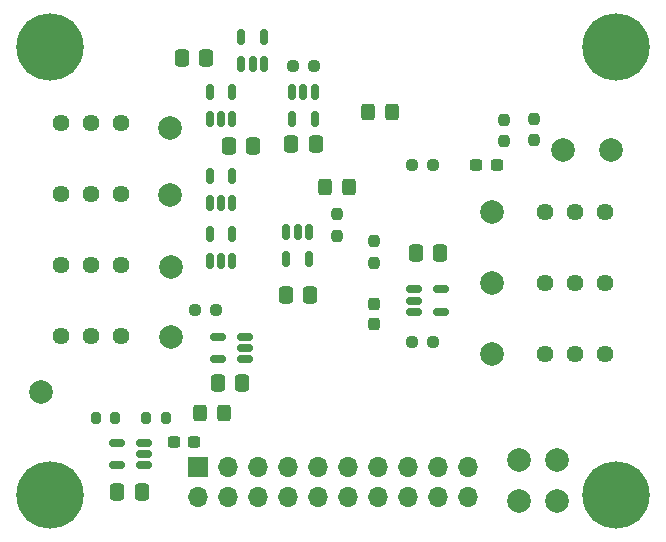
<source format=gbr>
%TF.GenerationSoftware,KiCad,Pcbnew,7.0.11-rc3*%
%TF.CreationDate,2025-03-16T23:21:53+08:00*%
%TF.ProjectId,BSPD,42535044-2e6b-4696-9361-645f70636258,rev?*%
%TF.SameCoordinates,PX731bc60PY731bc60*%
%TF.FileFunction,Soldermask,Top*%
%TF.FilePolarity,Negative*%
%FSLAX46Y46*%
G04 Gerber Fmt 4.6, Leading zero omitted, Abs format (unit mm)*
G04 Created by KiCad (PCBNEW 7.0.11-rc3) date 2025-03-16 23:21:53*
%MOMM*%
%LPD*%
G01*
G04 APERTURE LIST*
G04 Aperture macros list*
%AMRoundRect*
0 Rectangle with rounded corners*
0 $1 Rounding radius*
0 $2 $3 $4 $5 $6 $7 $8 $9 X,Y pos of 4 corners*
0 Add a 4 corners polygon primitive as box body*
4,1,4,$2,$3,$4,$5,$6,$7,$8,$9,$2,$3,0*
0 Add four circle primitives for the rounded corners*
1,1,$1+$1,$2,$3*
1,1,$1+$1,$4,$5*
1,1,$1+$1,$6,$7*
1,1,$1+$1,$8,$9*
0 Add four rect primitives between the rounded corners*
20,1,$1+$1,$2,$3,$4,$5,0*
20,1,$1+$1,$4,$5,$6,$7,0*
20,1,$1+$1,$6,$7,$8,$9,0*
20,1,$1+$1,$8,$9,$2,$3,0*%
G04 Aperture macros list end*
%ADD10C,1.440000*%
%ADD11RoundRect,0.237500X-0.250000X-0.237500X0.250000X-0.237500X0.250000X0.237500X-0.250000X0.237500X0*%
%ADD12C,2.000000*%
%ADD13C,5.700000*%
%ADD14RoundRect,0.237500X0.250000X0.237500X-0.250000X0.237500X-0.250000X-0.237500X0.250000X-0.237500X0*%
%ADD15RoundRect,0.250000X-0.325000X-0.450000X0.325000X-0.450000X0.325000X0.450000X-0.325000X0.450000X0*%
%ADD16RoundRect,0.237500X-0.237500X0.300000X-0.237500X-0.300000X0.237500X-0.300000X0.237500X0.300000X0*%
%ADD17RoundRect,0.150000X0.512500X0.150000X-0.512500X0.150000X-0.512500X-0.150000X0.512500X-0.150000X0*%
%ADD18RoundRect,0.237500X-0.300000X-0.237500X0.300000X-0.237500X0.300000X0.237500X-0.300000X0.237500X0*%
%ADD19RoundRect,0.250000X0.337500X0.475000X-0.337500X0.475000X-0.337500X-0.475000X0.337500X-0.475000X0*%
%ADD20RoundRect,0.200000X0.200000X0.275000X-0.200000X0.275000X-0.200000X-0.275000X0.200000X-0.275000X0*%
%ADD21RoundRect,0.250000X-0.337500X-0.475000X0.337500X-0.475000X0.337500X0.475000X-0.337500X0.475000X0*%
%ADD22RoundRect,0.150000X-0.150000X0.512500X-0.150000X-0.512500X0.150000X-0.512500X0.150000X0.512500X0*%
%ADD23RoundRect,0.237500X0.237500X-0.250000X0.237500X0.250000X-0.237500X0.250000X-0.237500X-0.250000X0*%
%ADD24RoundRect,0.250000X0.325000X0.450000X-0.325000X0.450000X-0.325000X-0.450000X0.325000X-0.450000X0*%
%ADD25RoundRect,0.237500X-0.237500X0.250000X-0.237500X-0.250000X0.237500X-0.250000X0.237500X0.250000X0*%
%ADD26RoundRect,0.150000X0.150000X-0.512500X0.150000X0.512500X-0.150000X0.512500X-0.150000X-0.512500X0*%
%ADD27RoundRect,0.200000X-0.200000X-0.275000X0.200000X-0.275000X0.200000X0.275000X-0.200000X0.275000X0*%
%ADD28RoundRect,0.150000X-0.512500X-0.150000X0.512500X-0.150000X0.512500X0.150000X-0.512500X0.150000X0*%
%ADD29R,1.700000X1.700000*%
%ADD30O,1.700000X1.700000*%
G04 APERTURE END LIST*
D10*
%TO.C,RV5*%
X46840000Y-19300000D03*
X44300000Y-19300000D03*
X41760000Y-19300000D03*
%TD*%
D11*
%TO.C,R16*%
X30475000Y-15300000D03*
X32300000Y-15300000D03*
%TD*%
D12*
%TO.C,TP14*%
X47300000Y-14050000D03*
%TD*%
D13*
%TO.C,H1*%
X47800000Y-5300000D03*
%TD*%
D14*
%TO.C,R9*%
X22212500Y-6900000D03*
X20387500Y-6900000D03*
%TD*%
D13*
%TO.C,H3*%
X-200000Y-43300000D03*
%TD*%
D15*
%TO.C,D1*%
X26750000Y-10800000D03*
X28800000Y-10800000D03*
%TD*%
D12*
%TO.C,TP1*%
X10000000Y-12200000D03*
%TD*%
D16*
%TO.C,C4*%
X27300000Y-27087500D03*
X27300000Y-28812500D03*
%TD*%
D17*
%TO.C,U17*%
X16337500Y-31750000D03*
X16337500Y-30800000D03*
X16337500Y-29850000D03*
X14062500Y-29850000D03*
X14062500Y-31750000D03*
%TD*%
D12*
%TO.C,TP9*%
X42800000Y-40300000D03*
%TD*%
D10*
%TO.C,RV6*%
X46840000Y-25300000D03*
X44300000Y-25300000D03*
X41760000Y-25300000D03*
%TD*%
D18*
%TO.C,C20*%
X10300000Y-38800000D03*
X12025000Y-38800000D03*
%TD*%
D13*
%TO.C,H2*%
X47800000Y-43300000D03*
%TD*%
D19*
%TO.C,C18*%
X22337500Y-13550000D03*
X20262500Y-13550000D03*
%TD*%
D12*
%TO.C,TP7*%
X37300000Y-31300000D03*
%TD*%
D19*
%TO.C,C6*%
X13087500Y-6300000D03*
X11012500Y-6300000D03*
%TD*%
D10*
%TO.C,RV7*%
X46840000Y-31300000D03*
X44300000Y-31300000D03*
X41760000Y-31300000D03*
%TD*%
D20*
%TO.C,R21*%
X9625000Y-36750000D03*
X7975000Y-36750000D03*
%TD*%
D21*
%TO.C,C21*%
X5512500Y-43050000D03*
X7587500Y-43050000D03*
%TD*%
D10*
%TO.C,RV2*%
X760000Y-17800000D03*
X3300000Y-17800000D03*
X5840000Y-17800000D03*
%TD*%
D22*
%TO.C,U2*%
X22250000Y-9162500D03*
X21300000Y-9162500D03*
X20350000Y-9162500D03*
X20350000Y-11437500D03*
X22250000Y-11437500D03*
%TD*%
D23*
%TO.C,R13*%
X24100000Y-21312500D03*
X24100000Y-19487500D03*
%TD*%
D13*
%TO.C,H4*%
X-200000Y-5300000D03*
%TD*%
D24*
%TO.C,D16*%
X14575000Y-36300000D03*
X12525000Y-36300000D03*
%TD*%
D12*
%TO.C,TP12*%
X42800000Y-43800000D03*
%TD*%
D19*
%TO.C,C17*%
X21887500Y-26300000D03*
X19812500Y-26300000D03*
%TD*%
D21*
%TO.C,C9*%
X14062500Y-33800000D03*
X16137500Y-33800000D03*
%TD*%
D25*
%TO.C,R17*%
X27300000Y-21800000D03*
X27300000Y-23625000D03*
%TD*%
D10*
%TO.C,RV4*%
X760000Y-29800000D03*
X3300000Y-29800000D03*
X5840000Y-29800000D03*
%TD*%
D21*
%TO.C,C7*%
X14962500Y-13700000D03*
X17037500Y-13700000D03*
%TD*%
D22*
%TO.C,U4*%
X21750000Y-21025000D03*
X20800000Y-21025000D03*
X19850000Y-21025000D03*
X19850000Y-23300000D03*
X21750000Y-23300000D03*
%TD*%
D10*
%TO.C,RV3*%
X760000Y-23800000D03*
X3300000Y-23800000D03*
X5840000Y-23800000D03*
%TD*%
D26*
%TO.C,U6*%
X13350000Y-18537500D03*
X14300000Y-18537500D03*
X15250000Y-18537500D03*
X15250000Y-16262500D03*
X13350000Y-16262500D03*
%TD*%
D14*
%TO.C,R11*%
X13912500Y-27600000D03*
X12087500Y-27600000D03*
%TD*%
D12*
%TO.C,TP11*%
X39550000Y-43800000D03*
%TD*%
D27*
%TO.C,R20*%
X3700000Y-36750000D03*
X5350000Y-36750000D03*
%TD*%
D12*
%TO.C,TP4*%
X10100000Y-29900000D03*
%TD*%
%TO.C,TP6*%
X37300000Y-25300000D03*
%TD*%
D28*
%TO.C,U18*%
X30662500Y-25850000D03*
X30662500Y-26800000D03*
X30662500Y-27750000D03*
X32937500Y-27750000D03*
X32937500Y-25850000D03*
%TD*%
D12*
%TO.C,TP10*%
X39550000Y-40300000D03*
%TD*%
%TO.C,TP3*%
X10100000Y-24000000D03*
%TD*%
D17*
%TO.C,U14*%
X7800000Y-40750000D03*
X7800000Y-39800000D03*
X7800000Y-38850000D03*
X5525000Y-38850000D03*
X5525000Y-40750000D03*
%TD*%
D18*
%TO.C,C3*%
X35937500Y-15300000D03*
X37662500Y-15300000D03*
%TD*%
D26*
%TO.C,U1*%
X13350000Y-11437500D03*
X14300000Y-11437500D03*
X15250000Y-11437500D03*
X15250000Y-9162500D03*
X13350000Y-9162500D03*
%TD*%
D12*
%TO.C,TP16*%
X-950000Y-34550000D03*
%TD*%
D14*
%TO.C,R22*%
X32300000Y-30300000D03*
X30475000Y-30300000D03*
%TD*%
D12*
%TO.C,TP5*%
X37300000Y-19300000D03*
%TD*%
D23*
%TO.C,R2*%
X38300000Y-13300000D03*
X38300000Y-11475000D03*
%TD*%
D10*
%TO.C,RV1*%
X760000Y-11800000D03*
X3300000Y-11800000D03*
X5840000Y-11800000D03*
%TD*%
D26*
%TO.C,U5*%
X16050000Y-6737500D03*
X17000000Y-6737500D03*
X17950000Y-6737500D03*
X17950000Y-4462500D03*
X16050000Y-4462500D03*
%TD*%
D12*
%TO.C,TP2*%
X10000000Y-17900000D03*
%TD*%
D15*
%TO.C,D2*%
X23137500Y-17200000D03*
X25187500Y-17200000D03*
%TD*%
D26*
%TO.C,U3*%
X13350000Y-23437500D03*
X14300000Y-23437500D03*
X15250000Y-23437500D03*
X15250000Y-21162500D03*
X13350000Y-21162500D03*
%TD*%
D23*
%TO.C,R38*%
X40800000Y-13212500D03*
X40800000Y-11387500D03*
%TD*%
D19*
%TO.C,C25*%
X32875000Y-22800000D03*
X30800000Y-22800000D03*
%TD*%
D12*
%TO.C,TP13*%
X43300000Y-14050000D03*
%TD*%
D29*
%TO.C,J2*%
X12375000Y-40930000D03*
D30*
X12375000Y-43470000D03*
X14915000Y-40930000D03*
X14915000Y-43470000D03*
X17455000Y-40930000D03*
X17455000Y-43470000D03*
X19995000Y-40930000D03*
X19995000Y-43470000D03*
X22535000Y-40930000D03*
X22535000Y-43470000D03*
X25075000Y-40930000D03*
X25075000Y-43470000D03*
X27615000Y-40930000D03*
X27615000Y-43470000D03*
X30155000Y-40930000D03*
X30155000Y-43470000D03*
X32695000Y-40930000D03*
X32695000Y-43470000D03*
X35235000Y-40930000D03*
X35235000Y-43470000D03*
%TD*%
M02*

</source>
